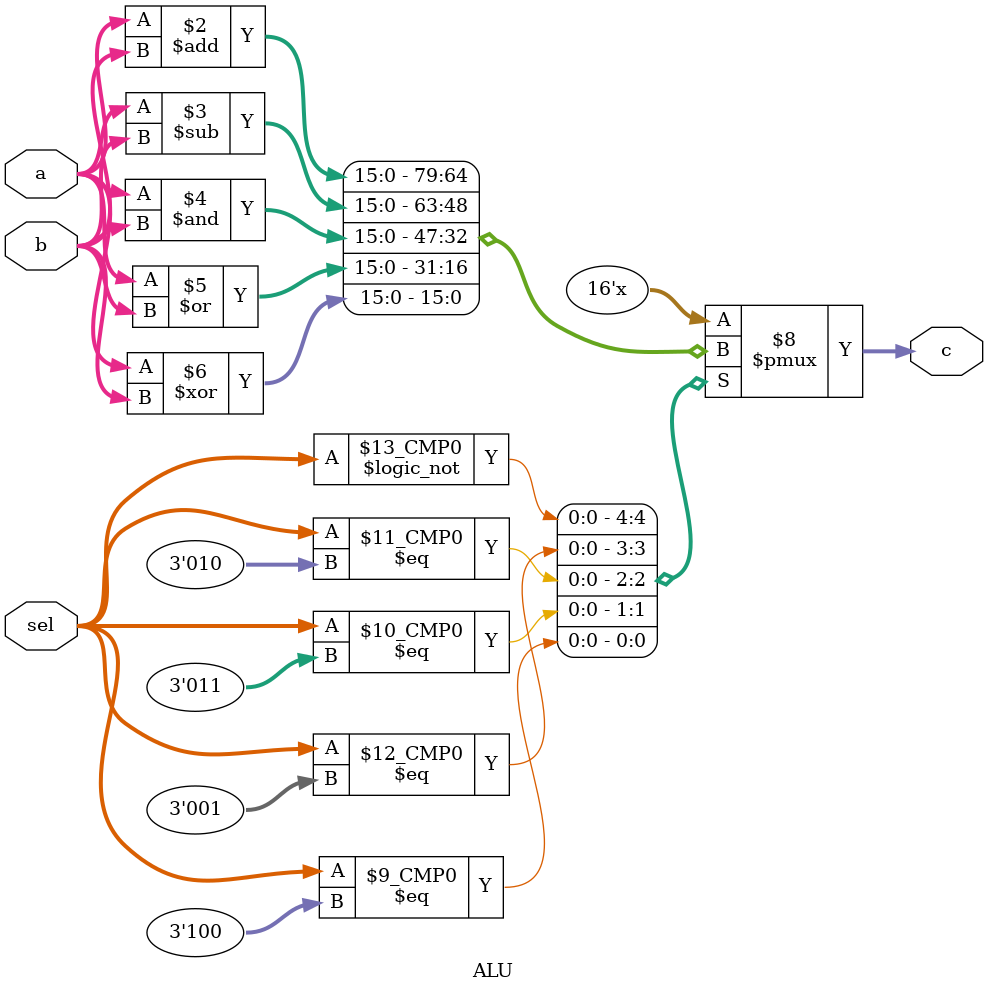
<source format=sv>
`timescale 1ns / 1ps

module ALU #(parameter WIDTH = 16) (
    input logic [WIDTH-1:0] a, b,
    input logic [2:0] sel,
    output logic [WIDTH-1:0] c
);

always_comb begin
    case(sel)
        3'b000 : c = a + b;
        3'b001 : c = a - b;
        3'b010 : c = a & b;
        3'b011 : c = a | b;
        3'b100 : c = a ^ b;
        default : c = 16'bx;
    endcase
end

endmodule

</source>
